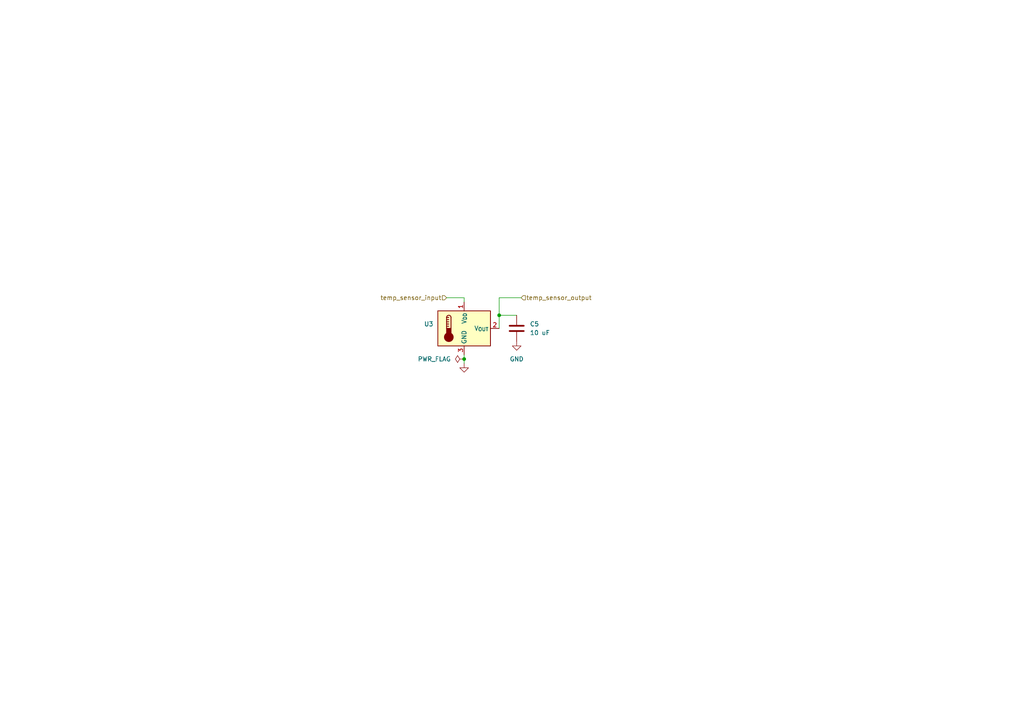
<source format=kicad_sch>
(kicad_sch (version 20230121) (generator eeschema)
  (paper "A4")
  (lib_symbols
    (symbol "Device:C" (pin_numbers hide) (pin_names (offset 0.254))
      (property "Reference" "C" (at 0.635 2.54 0))
      (property "Value" "C" (at 0.635 -2.54 0))
      (symbol "C_0_1"
        (polyline (pts (xy -2.032 -0.762) (xy 2.032 -0.762)) (stroke (width 0.508)))
        (polyline (pts (xy -2.032 0.762) (xy 2.032 0.762)) (stroke (width 0.508)))
      )
      (symbol "C_1_1"
        (pin passive line (at 0 3.81 270) (length 2.794) (name "~") (number "1"))
        (pin passive line (at 0 -3.81 90) (length 2.794) (name "~") (number "2"))
      )
    )
    (symbol "Sensor_Temperature:MCP9700x-ETT"
      (property "Reference" "U" (at -6.35 6.35 0))
      (property "Value" "MCP9700x-ETT" (at 1.27 6.35 0))
      (symbol "MCP9700x-ETT_0_1"
        (rectangle (start -7.62 5.08) (end 7.62 -5.08) (stroke (width 0.254)) (fill (type background)))
        (circle (center -4.445 -2.54) (radius 1.27) (stroke (width 0.254)) (fill (type outline)))
        (rectangle (start -3.81 -1.905) (end -5.08 0) (stroke (width 0.254)) (fill (type outline)))
        (arc (start -3.81 3.175) (mid -4.445 3.8073) (end -5.08 3.175) (stroke (width 0.254)))
        (polyline (pts (xy -5.08 0.635) (xy -4.445 0.635)) (stroke (width 0.254)))
        (polyline (pts (xy -5.08 1.27) (xy -4.445 1.27)) (stroke (width 0.254)))
        (polyline (pts (xy -5.08 1.905) (xy -4.445 1.905)) (stroke (width 0.254)))
        (polyline (pts (xy -5.08 2.54) (xy -4.445 2.54)) (stroke (width 0.254)))
        (polyline (pts (xy -5.08 3.175) (xy -5.08 0)) (stroke (width 0.254)))
        (polyline (pts (xy -5.08 3.175) (xy -4.445 3.175)) (stroke (width 0.254)))
        (polyline (pts (xy -3.81 3.175) (xy -3.81 0)) (stroke (width 0.254)))
      )
      (symbol "MCP9700x-ETT_1_1"
        (pin power_in line (at 0 7.62 270) (length 2.54) (name "V_{DD}") (number "1"))
        (pin output line (at 10.16 0 180) (length 2.54) (name "V_{OUT}") (number "2"))
        (pin power_in line (at 0 -7.62 90) (length 2.54) (name "GND") (number "3"))
      )
    )
    (symbol "power:GND" (power) (pin_names (offset 0))
      (property "Value" "GND" (at 0 -3.81 0))
      (symbol "GND_0_1"
        (polyline (pts (xy 0 0) (xy 0 -1.27) (xy 1.27 -1.27) (xy 0 -2.54) (xy -1.27 -1.27) (xy 0 -1.27)))
      )
      (symbol "GND_1_1"
        (pin power_in line (at 0 0 270) (length 0) hide (name "GND") (number "1"))
      )
    )
    (symbol "power:PWR_FLAG" (power) (pin_numbers hide) (pin_names (offset 0) hide)
      (property "Value" "PWR_FLAG" (at 0 3.81 0))
      (symbol "PWR_FLAG_0_0"
        (pin power_out line (at 0 0 90) (length 0) (name "pwr") (number "1"))
      )
      (symbol "PWR_FLAG_0_1"
        (polyline (pts (xy 0 0) (xy 0 1.27) (xy -1.016 1.905) (xy 0 2.54) (xy 1.016 1.905) (xy 0 1.27)))
      )
    )
  )
  (junction (at 144.78 91.44))
  (junction (at 134.62 104.14))
  (wire (pts (xy 144.78 86.36) (xy 151.13 86.36)))
  (wire (pts (xy 144.78 91.44) (xy 149.86 91.44)))
  (wire (pts (xy 134.62 87.63) (xy 134.62 86.36)))
  (wire (pts (xy 134.62 104.14) (xy 134.62 102.87)))
  (wire (pts (xy 144.78 86.36) (xy 144.78 91.44)))
  (wire (pts (xy 129.54 86.36) (xy 134.62 86.36)))
  (wire (pts (xy 144.78 91.44) (xy 144.78 95.25)))
  (wire (pts (xy 134.62 105.41) (xy 134.62 104.14)))
  (hierarchical_label "temp_sensor_input" (shape input) (at 129.54 86.36 180))
  (hierarchical_label "temp_sensor_output" (shape input) (at 151.13 86.36 0))
  (symbol (lib_id "power:GND") (at 134.62 105.41 0) (unit 1)
    (property "Reference" "#PWR06" (effects hide))
    (property "Value" "GND" (effects hide))
    (instances (project "power_distribution_board" (path "" (reference "#PWR06") (unit 1)) (path "" (reference "#PWR012") (unit 1)) (path "" (reference "#PWR01") (unit 1))))
  )
  (symbol (lib_id "Device:C") (at 149.86 95.25 0) (unit 1)
    (property "Reference" "C5" (at 153.67 93.98 0) (effects (justify left)))
    (property "Value" "10 uF" (at 153.67 96.52 0) (effects (justify left)))
    (instances (project "power_distribution_board" (path "" (reference "C5") (unit 1)) (path "" (reference "C6") (unit 1)) (path "" (reference "C5") (unit 1))))
  )
  (symbol (lib_id "power:PWR_FLAG") (at 134.62 104.14 90) (unit 1)
    (property "Reference" "#FLG03" (effects hide))
    (property "Value" "PWR_FLAG" (at 130.81 104.14 90) (effects (justify left)))
    (instances (project "power_distribution_board" (path "" (reference "#FLG03") (unit 1)) (path "" (reference "#FLG04") (unit 1)) (path "" (reference "#FLG03") (unit 1))))
  )
  (symbol (lib_id "power:GND") (at 149.86 99.06 0) (unit 1)
    (property "Reference" "#PWR01" (effects hide))
    (property "Value" "GND" (at 149.86 104.14 0))
    (instances (project "power_distribution_board" (path "" (reference "#PWR01") (unit 1)) (path "" (reference "#PWR06") (unit 1)) (path "" (reference "#PWR04") (unit 1))))
  )
  (symbol (lib_id "Sensor_Temperature:MCP9700x-ETT") (at 134.62 95.25 0) (unit 1)
    (property "Reference" "U3" (at 125.73 93.98 0) (effects (justify right)))
    (property "Value" "MCP9700x-ETT" (effects hide))
    (property "Footprint" "Package_TO_SOT_SMD:SOT-23-3" (effects hide))
    (property "Datasheet" "http://ww1.microchip.com/downloads/en/devicedoc/20001942g.pdf" (effects hide))
    (instances (project "power_distribution_board" (path "" (reference "U3") (unit 1)) (path "" (reference "U6") (unit 1)) (path "" (reference "U3") (unit 1))))
  )
)
</source>
